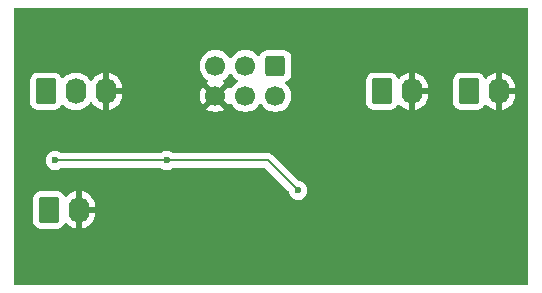
<source format=gbr>
%TF.GenerationSoftware,KiCad,Pcbnew,9.0.0*%
%TF.CreationDate,2025-03-10T19:20:38+08:00*%
%TF.ProjectId,xk9_miniencabulator,786b395f-6d69-46e6-9965-6e636162756c,rev?*%
%TF.SameCoordinates,Original*%
%TF.FileFunction,Copper,L2,Bot*%
%TF.FilePolarity,Positive*%
%FSLAX46Y46*%
G04 Gerber Fmt 4.6, Leading zero omitted, Abs format (unit mm)*
G04 Created by KiCad (PCBNEW 9.0.0) date 2025-03-10 19:20:38*
%MOMM*%
%LPD*%
G01*
G04 APERTURE LIST*
G04 Aperture macros list*
%AMRoundRect*
0 Rectangle with rounded corners*
0 $1 Rounding radius*
0 $2 $3 $4 $5 $6 $7 $8 $9 X,Y pos of 4 corners*
0 Add a 4 corners polygon primitive as box body*
4,1,4,$2,$3,$4,$5,$6,$7,$8,$9,$2,$3,0*
0 Add four circle primitives for the rounded corners*
1,1,$1+$1,$2,$3*
1,1,$1+$1,$4,$5*
1,1,$1+$1,$6,$7*
1,1,$1+$1,$8,$9*
0 Add four rect primitives between the rounded corners*
20,1,$1+$1,$2,$3,$4,$5,0*
20,1,$1+$1,$4,$5,$6,$7,0*
20,1,$1+$1,$6,$7,$8,$9,0*
20,1,$1+$1,$8,$9,$2,$3,0*%
G04 Aperture macros list end*
%TA.AperFunction,ComponentPad*%
%ADD10RoundRect,0.250000X-0.600000X0.600000X-0.600000X-0.600000X0.600000X-0.600000X0.600000X0.600000X0*%
%TD*%
%TA.AperFunction,ComponentPad*%
%ADD11C,1.700000*%
%TD*%
%TA.AperFunction,ComponentPad*%
%ADD12RoundRect,0.250000X-0.620000X-0.845000X0.620000X-0.845000X0.620000X0.845000X-0.620000X0.845000X0*%
%TD*%
%TA.AperFunction,ComponentPad*%
%ADD13O,1.740000X2.190000*%
%TD*%
%TA.AperFunction,ViaPad*%
%ADD14C,0.600000*%
%TD*%
%TA.AperFunction,Conductor*%
%ADD15C,0.200000*%
%TD*%
G04 APERTURE END LIST*
D10*
%TO.P,J1,1,MISO*%
%TO.N,/MISO*%
X98933000Y-46355000D03*
D11*
%TO.P,J1,2,VCC*%
%TO.N,Net-(D1-A)*%
X98933000Y-48895000D03*
%TO.P,J1,3,SCK*%
%TO.N,/SCK*%
X96393000Y-46355000D03*
%TO.P,J1,4,MOSI*%
%TO.N,/MOSI*%
X96393000Y-48895000D03*
%TO.P,J1,5,~{RST}*%
%TO.N,/RST*%
X93853000Y-46355000D03*
%TO.P,J1,6,GND*%
%TO.N,GND*%
X93853000Y-48895000D03*
%TD*%
D12*
%TO.P,J3,1,Pin_1*%
%TO.N,Net-(J3-Pin_1)*%
X79756000Y-58547000D03*
D13*
%TO.P,J3,2,Pin_2*%
%TO.N,GND*%
X82296000Y-58547000D03*
%TD*%
D12*
%TO.P,J5,1,Pin_1*%
%TO.N,+5V*%
X79502000Y-48514000D03*
D13*
%TO.P,J5,2,Pin_2*%
%TO.N,Net-(J5-Pin_2)*%
X82042000Y-48514000D03*
%TO.P,J5,3,Pin_3*%
%TO.N,GND*%
X84582000Y-48514000D03*
%TD*%
D12*
%TO.P,J4,1,Pin_1*%
%TO.N,Net-(J4-Pin_1)*%
X115316000Y-48514000D03*
D13*
%TO.P,J4,2,Pin_2*%
%TO.N,GND*%
X117856000Y-48514000D03*
%TD*%
D12*
%TO.P,J2,1,Pin_1*%
%TO.N,Net-(J2-Pin_1)*%
X107950000Y-48514000D03*
D13*
%TO.P,J2,2,Pin_2*%
%TO.N,GND*%
X110490000Y-48514000D03*
%TD*%
D14*
%TO.N,+5V*%
X89734000Y-54356000D03*
X80264000Y-54356000D03*
X100838000Y-56896000D03*
%TO.N,GND*%
X91694000Y-62865000D03*
X84582000Y-58547000D03*
X87122000Y-48514000D03*
X106807000Y-60579000D03*
X117856000Y-43815000D03*
X117602000Y-57531000D03*
%TD*%
D15*
%TO.N,+5V*%
X80264000Y-54356000D02*
X89734000Y-54356000D01*
X89734000Y-54356000D02*
X98298000Y-54356000D01*
X98298000Y-54356000D02*
X100838000Y-56896000D01*
%TD*%
%TA.AperFunction,Conductor*%
%TO.N,GND*%
G36*
X95194444Y-47008999D02*
G01*
X95233486Y-47054056D01*
X95237951Y-47062820D01*
X95362890Y-47234786D01*
X95513213Y-47385109D01*
X95685182Y-47510050D01*
X95693946Y-47514516D01*
X95744742Y-47562491D01*
X95761536Y-47630312D01*
X95738998Y-47696447D01*
X95693946Y-47735484D01*
X95685182Y-47739949D01*
X95513213Y-47864890D01*
X95362890Y-48015213D01*
X95237949Y-48187182D01*
X95233202Y-48196499D01*
X95185227Y-48247293D01*
X95117405Y-48264087D01*
X95051271Y-48241548D01*
X95012234Y-48196495D01*
X95007626Y-48187452D01*
X94968270Y-48133282D01*
X94968269Y-48133282D01*
X94335962Y-48765590D01*
X94318925Y-48702007D01*
X94253099Y-48587993D01*
X94160007Y-48494901D01*
X94045993Y-48429075D01*
X93982409Y-48412037D01*
X94614716Y-47779728D01*
X94560547Y-47740373D01*
X94560547Y-47740372D01*
X94551500Y-47735763D01*
X94500706Y-47687788D01*
X94483912Y-47619966D01*
X94506451Y-47553832D01*
X94551508Y-47514793D01*
X94560816Y-47510051D01*
X94679728Y-47423657D01*
X94732786Y-47385109D01*
X94732788Y-47385106D01*
X94732792Y-47385104D01*
X94883104Y-47234792D01*
X94883106Y-47234788D01*
X94883109Y-47234786D01*
X95008048Y-47062820D01*
X95008047Y-47062820D01*
X95008051Y-47062816D01*
X95012514Y-47054054D01*
X95060488Y-47003259D01*
X95128308Y-46986463D01*
X95194444Y-47008999D01*
G37*
%TD.AperFunction*%
%TA.AperFunction,Conductor*%
G36*
X120291039Y-41432685D02*
G01*
X120336794Y-41485489D01*
X120348000Y-41537000D01*
X120348000Y-64764000D01*
X120328315Y-64831039D01*
X120275511Y-64876794D01*
X120224000Y-64888000D01*
X76927000Y-64888000D01*
X76859961Y-64868315D01*
X76814206Y-64815511D01*
X76803000Y-64764000D01*
X76803000Y-57651983D01*
X78385500Y-57651983D01*
X78385500Y-59442001D01*
X78385501Y-59442018D01*
X78396000Y-59544796D01*
X78396001Y-59544799D01*
X78433774Y-59658788D01*
X78451186Y-59711334D01*
X78543288Y-59860656D01*
X78667344Y-59984712D01*
X78816666Y-60076814D01*
X78983203Y-60131999D01*
X79085991Y-60142500D01*
X80426008Y-60142499D01*
X80528797Y-60131999D01*
X80695334Y-60076814D01*
X80844656Y-59984712D01*
X80968712Y-59860656D01*
X81060814Y-59711334D01*
X81060817Y-59711323D01*
X81061353Y-59710177D01*
X81061934Y-59709516D01*
X81064605Y-59705187D01*
X81065344Y-59705643D01*
X81107521Y-59657734D01*
X81174713Y-59638577D01*
X81241596Y-59658788D01*
X81261420Y-59674892D01*
X81403502Y-59816974D01*
X81577963Y-59943728D01*
X81770098Y-60041627D01*
X81975190Y-60108266D01*
X82046000Y-60119481D01*
X82046000Y-59089709D01*
X82066339Y-59101452D01*
X82217667Y-59142000D01*
X82374333Y-59142000D01*
X82525661Y-59101452D01*
X82546000Y-59089709D01*
X82546000Y-60119480D01*
X82616809Y-60108266D01*
X82821901Y-60041627D01*
X83014036Y-59943728D01*
X83188496Y-59816974D01*
X83188497Y-59816974D01*
X83340974Y-59664497D01*
X83340974Y-59664496D01*
X83467728Y-59490036D01*
X83565627Y-59297901D01*
X83632265Y-59092809D01*
X83666000Y-58879820D01*
X83666000Y-58797000D01*
X82838709Y-58797000D01*
X82850452Y-58776661D01*
X82891000Y-58625333D01*
X82891000Y-58468667D01*
X82850452Y-58317339D01*
X82838709Y-58297000D01*
X83666000Y-58297000D01*
X83666000Y-58214179D01*
X83632265Y-58001190D01*
X83565627Y-57796098D01*
X83467728Y-57603963D01*
X83340974Y-57429503D01*
X83340974Y-57429502D01*
X83188497Y-57277025D01*
X83014036Y-57150271D01*
X82821899Y-57052372D01*
X82616805Y-56985733D01*
X82546000Y-56974518D01*
X82546000Y-58004290D01*
X82525661Y-57992548D01*
X82374333Y-57952000D01*
X82217667Y-57952000D01*
X82066339Y-57992548D01*
X82046000Y-58004290D01*
X82046000Y-56974518D01*
X82045999Y-56974518D01*
X81975194Y-56985733D01*
X81770100Y-57052372D01*
X81577963Y-57150271D01*
X81403506Y-57277022D01*
X81261420Y-57419108D01*
X81200097Y-57452592D01*
X81130405Y-57447608D01*
X81074472Y-57405736D01*
X81061356Y-57383828D01*
X81060816Y-57382670D01*
X80995654Y-57277025D01*
X80968712Y-57233344D01*
X80844656Y-57109288D01*
X80695334Y-57017186D01*
X80528797Y-56962001D01*
X80528795Y-56962000D01*
X80426010Y-56951500D01*
X79085998Y-56951500D01*
X79085981Y-56951501D01*
X78983203Y-56962000D01*
X78983200Y-56962001D01*
X78816668Y-57017185D01*
X78816663Y-57017187D01*
X78667342Y-57109289D01*
X78543289Y-57233342D01*
X78451187Y-57382663D01*
X78451185Y-57382668D01*
X78450801Y-57383828D01*
X78396001Y-57549203D01*
X78396001Y-57549204D01*
X78396000Y-57549204D01*
X78385500Y-57651983D01*
X76803000Y-57651983D01*
X76803000Y-54277153D01*
X79463500Y-54277153D01*
X79463500Y-54434846D01*
X79494261Y-54589489D01*
X79494264Y-54589501D01*
X79554602Y-54735172D01*
X79554609Y-54735185D01*
X79642210Y-54866288D01*
X79642213Y-54866292D01*
X79753707Y-54977786D01*
X79753711Y-54977789D01*
X79884814Y-55065390D01*
X79884827Y-55065397D01*
X80030498Y-55125735D01*
X80030503Y-55125737D01*
X80185153Y-55156499D01*
X80185156Y-55156500D01*
X80185158Y-55156500D01*
X80342844Y-55156500D01*
X80342845Y-55156499D01*
X80497497Y-55125737D01*
X80643179Y-55065394D01*
X80643185Y-55065390D01*
X80774875Y-54977398D01*
X80841553Y-54956520D01*
X80843766Y-54956500D01*
X89154234Y-54956500D01*
X89221273Y-54976185D01*
X89223125Y-54977398D01*
X89354814Y-55065390D01*
X89354827Y-55065397D01*
X89500498Y-55125735D01*
X89500503Y-55125737D01*
X89655153Y-55156499D01*
X89655156Y-55156500D01*
X89655158Y-55156500D01*
X89812844Y-55156500D01*
X89812845Y-55156499D01*
X89967497Y-55125737D01*
X90113179Y-55065394D01*
X90113185Y-55065390D01*
X90244875Y-54977398D01*
X90311553Y-54956520D01*
X90313766Y-54956500D01*
X97997903Y-54956500D01*
X98064942Y-54976185D01*
X98085584Y-54992819D01*
X100003425Y-56910660D01*
X100036910Y-56971983D01*
X100037361Y-56974149D01*
X100068261Y-57129491D01*
X100068264Y-57129501D01*
X100128602Y-57275172D01*
X100128609Y-57275185D01*
X100216210Y-57406288D01*
X100216213Y-57406292D01*
X100327707Y-57517786D01*
X100327711Y-57517789D01*
X100458814Y-57605390D01*
X100458827Y-57605397D01*
X100571317Y-57651991D01*
X100604503Y-57665737D01*
X100759153Y-57696499D01*
X100759156Y-57696500D01*
X100759158Y-57696500D01*
X100916844Y-57696500D01*
X100916845Y-57696499D01*
X101071497Y-57665737D01*
X101217179Y-57605394D01*
X101348289Y-57517789D01*
X101459789Y-57406289D01*
X101547394Y-57275179D01*
X101607737Y-57129497D01*
X101638500Y-56974842D01*
X101638500Y-56817158D01*
X101638500Y-56817155D01*
X101638499Y-56817153D01*
X101607738Y-56662510D01*
X101607737Y-56662503D01*
X101607735Y-56662498D01*
X101547397Y-56516827D01*
X101547390Y-56516814D01*
X101459789Y-56385711D01*
X101459786Y-56385707D01*
X101348292Y-56274213D01*
X101348288Y-56274210D01*
X101217185Y-56186609D01*
X101217172Y-56186602D01*
X101071501Y-56126264D01*
X101071491Y-56126261D01*
X100916149Y-56095361D01*
X100854238Y-56062976D01*
X100852660Y-56061425D01*
X98785590Y-53994355D01*
X98785588Y-53994352D01*
X98666717Y-53875481D01*
X98666716Y-53875480D01*
X98579904Y-53825360D01*
X98579904Y-53825359D01*
X98579900Y-53825358D01*
X98529785Y-53796423D01*
X98377057Y-53755499D01*
X98218943Y-53755499D01*
X98211347Y-53755499D01*
X98211331Y-53755500D01*
X90313766Y-53755500D01*
X90246727Y-53735815D01*
X90244875Y-53734602D01*
X90113185Y-53646609D01*
X90113172Y-53646602D01*
X89967501Y-53586264D01*
X89967489Y-53586261D01*
X89812845Y-53555500D01*
X89812842Y-53555500D01*
X89655158Y-53555500D01*
X89655155Y-53555500D01*
X89500510Y-53586261D01*
X89500498Y-53586264D01*
X89354827Y-53646602D01*
X89354814Y-53646609D01*
X89223125Y-53734602D01*
X89156447Y-53755480D01*
X89154234Y-53755500D01*
X80843766Y-53755500D01*
X80776727Y-53735815D01*
X80774875Y-53734602D01*
X80643185Y-53646609D01*
X80643172Y-53646602D01*
X80497501Y-53586264D01*
X80497489Y-53586261D01*
X80342845Y-53555500D01*
X80342842Y-53555500D01*
X80185158Y-53555500D01*
X80185155Y-53555500D01*
X80030510Y-53586261D01*
X80030498Y-53586264D01*
X79884827Y-53646602D01*
X79884814Y-53646609D01*
X79753711Y-53734210D01*
X79753707Y-53734213D01*
X79642213Y-53845707D01*
X79642210Y-53845711D01*
X79554609Y-53976814D01*
X79554602Y-53976827D01*
X79494264Y-54122498D01*
X79494261Y-54122510D01*
X79463500Y-54277153D01*
X76803000Y-54277153D01*
X76803000Y-47618983D01*
X78131500Y-47618983D01*
X78131500Y-49409001D01*
X78131501Y-49409018D01*
X78142000Y-49511796D01*
X78142001Y-49511799D01*
X78179584Y-49625216D01*
X78197186Y-49678334D01*
X78289288Y-49827656D01*
X78413344Y-49951712D01*
X78562666Y-50043814D01*
X78729203Y-50098999D01*
X78831991Y-50109500D01*
X80172008Y-50109499D01*
X80274797Y-50098999D01*
X80441334Y-50043814D01*
X80590656Y-49951712D01*
X80714712Y-49827656D01*
X80806814Y-49678334D01*
X80806817Y-49678322D01*
X80807129Y-49677657D01*
X80807469Y-49677269D01*
X80810605Y-49672187D01*
X80811473Y-49672722D01*
X80853299Y-49625216D01*
X80920491Y-49606060D01*
X80987373Y-49626272D01*
X81007195Y-49642375D01*
X81149179Y-49784359D01*
X81323701Y-49911157D01*
X81515911Y-50009092D01*
X81721074Y-50075754D01*
X81788796Y-50086480D01*
X81934134Y-50109500D01*
X81934139Y-50109500D01*
X82149866Y-50109500D01*
X82268230Y-50090752D01*
X82362926Y-50075754D01*
X82568089Y-50009092D01*
X82760299Y-49911157D01*
X82934821Y-49784359D01*
X83087359Y-49631821D01*
X83211991Y-49460279D01*
X83267321Y-49417614D01*
X83336934Y-49411635D01*
X83398729Y-49444241D01*
X83412627Y-49460279D01*
X83537025Y-49631496D01*
X83537025Y-49631497D01*
X83689502Y-49783974D01*
X83863963Y-49910728D01*
X84056098Y-50008627D01*
X84261190Y-50075266D01*
X84332000Y-50086481D01*
X84332000Y-49056709D01*
X84352339Y-49068452D01*
X84503667Y-49109000D01*
X84660333Y-49109000D01*
X84811661Y-49068452D01*
X84832000Y-49056709D01*
X84832000Y-50086480D01*
X84902809Y-50075266D01*
X85107901Y-50008627D01*
X85300036Y-49910728D01*
X85366151Y-49862693D01*
X85366152Y-49862692D01*
X85474491Y-49783979D01*
X85474497Y-49783974D01*
X85626974Y-49631497D01*
X85626974Y-49631496D01*
X85753728Y-49457036D01*
X85851627Y-49264901D01*
X85918265Y-49059809D01*
X85952000Y-48846820D01*
X85952000Y-48764000D01*
X85124709Y-48764000D01*
X85136452Y-48743661D01*
X85177000Y-48592333D01*
X85177000Y-48435667D01*
X85136452Y-48284339D01*
X85124709Y-48264000D01*
X85952000Y-48264000D01*
X85952000Y-48181179D01*
X85918265Y-47968190D01*
X85851627Y-47763098D01*
X85753728Y-47570963D01*
X85626974Y-47396503D01*
X85626974Y-47396502D01*
X85474497Y-47244025D01*
X85300036Y-47117271D01*
X85107899Y-47019372D01*
X84902805Y-46952733D01*
X84832000Y-46941518D01*
X84832000Y-47971290D01*
X84811661Y-47959548D01*
X84660333Y-47919000D01*
X84503667Y-47919000D01*
X84352339Y-47959548D01*
X84332000Y-47971290D01*
X84332000Y-46941518D01*
X84331999Y-46941518D01*
X84261194Y-46952733D01*
X84056100Y-47019372D01*
X83863963Y-47117271D01*
X83689503Y-47244025D01*
X83689502Y-47244025D01*
X83537024Y-47396503D01*
X83412627Y-47567720D01*
X83357296Y-47610385D01*
X83287683Y-47616364D01*
X83225888Y-47583758D01*
X83211991Y-47567720D01*
X83197453Y-47547710D01*
X83087359Y-47396179D01*
X82934821Y-47243641D01*
X82760299Y-47116843D01*
X82568089Y-47018908D01*
X82362926Y-46952246D01*
X82362924Y-46952245D01*
X82362922Y-46952245D01*
X82149866Y-46918500D01*
X82149861Y-46918500D01*
X81934139Y-46918500D01*
X81934134Y-46918500D01*
X81721077Y-46952245D01*
X81721074Y-46952246D01*
X81558691Y-47005008D01*
X81515908Y-47018909D01*
X81323700Y-47116843D01*
X81149180Y-47243640D01*
X81007195Y-47385625D01*
X80945872Y-47419109D01*
X80876180Y-47414125D01*
X80820247Y-47372253D01*
X80807132Y-47350348D01*
X80806815Y-47349669D01*
X80806814Y-47349668D01*
X80806814Y-47349666D01*
X80714712Y-47200344D01*
X80590656Y-47076288D01*
X80475092Y-47005008D01*
X80441336Y-46984187D01*
X80441331Y-46984185D01*
X80439862Y-46983698D01*
X80274797Y-46929001D01*
X80274795Y-46929000D01*
X80172010Y-46918500D01*
X78831998Y-46918500D01*
X78831981Y-46918501D01*
X78729203Y-46929000D01*
X78729200Y-46929001D01*
X78562668Y-46984185D01*
X78562663Y-46984187D01*
X78413342Y-47076289D01*
X78289289Y-47200342D01*
X78197187Y-47349663D01*
X78197185Y-47349668D01*
X78196960Y-47350348D01*
X78142001Y-47516203D01*
X78142001Y-47516204D01*
X78142000Y-47516204D01*
X78131500Y-47618983D01*
X76803000Y-47618983D01*
X76803000Y-46248713D01*
X92502500Y-46248713D01*
X92502500Y-46461286D01*
X92535753Y-46671239D01*
X92601444Y-46873414D01*
X92697951Y-47062820D01*
X92822890Y-47234786D01*
X92973213Y-47385109D01*
X93145179Y-47510048D01*
X93145181Y-47510049D01*
X93145184Y-47510051D01*
X93154493Y-47514794D01*
X93205290Y-47562766D01*
X93222087Y-47630587D01*
X93199552Y-47696722D01*
X93154505Y-47735760D01*
X93145446Y-47740376D01*
X93145440Y-47740380D01*
X93091282Y-47779727D01*
X93091282Y-47779728D01*
X93723591Y-48412037D01*
X93660007Y-48429075D01*
X93545993Y-48494901D01*
X93452901Y-48587993D01*
X93387075Y-48702007D01*
X93370037Y-48765591D01*
X92737728Y-48133282D01*
X92737727Y-48133282D01*
X92698380Y-48187439D01*
X92601904Y-48376782D01*
X92536242Y-48578869D01*
X92536242Y-48578872D01*
X92503000Y-48788753D01*
X92503000Y-49001246D01*
X92536242Y-49211127D01*
X92536242Y-49211130D01*
X92601904Y-49413217D01*
X92698375Y-49602550D01*
X92737728Y-49656716D01*
X93370037Y-49024408D01*
X93387075Y-49087993D01*
X93452901Y-49202007D01*
X93545993Y-49295099D01*
X93660007Y-49360925D01*
X93723590Y-49377962D01*
X93091282Y-50010269D01*
X93091282Y-50010270D01*
X93145449Y-50049624D01*
X93334782Y-50146095D01*
X93536870Y-50211757D01*
X93746754Y-50245000D01*
X93959246Y-50245000D01*
X94169127Y-50211757D01*
X94169130Y-50211757D01*
X94371217Y-50146095D01*
X94560554Y-50049622D01*
X94614716Y-50010270D01*
X94614717Y-50010270D01*
X93982408Y-49377962D01*
X94045993Y-49360925D01*
X94160007Y-49295099D01*
X94253099Y-49202007D01*
X94318925Y-49087993D01*
X94335962Y-49024409D01*
X94968270Y-49656717D01*
X94968270Y-49656716D01*
X95007622Y-49602555D01*
X95012232Y-49593507D01*
X95060205Y-49542709D01*
X95128025Y-49525912D01*
X95194161Y-49548447D01*
X95233204Y-49593504D01*
X95237949Y-49602817D01*
X95362890Y-49774786D01*
X95513213Y-49925109D01*
X95685179Y-50050048D01*
X95685181Y-50050049D01*
X95685184Y-50050051D01*
X95874588Y-50146557D01*
X96076757Y-50212246D01*
X96286713Y-50245500D01*
X96286714Y-50245500D01*
X96499286Y-50245500D01*
X96499287Y-50245500D01*
X96709243Y-50212246D01*
X96911412Y-50146557D01*
X97100816Y-50050051D01*
X97157192Y-50009092D01*
X97272786Y-49925109D01*
X97272788Y-49925106D01*
X97272792Y-49925104D01*
X97423104Y-49774792D01*
X97423106Y-49774788D01*
X97423109Y-49774786D01*
X97548048Y-49602820D01*
X97548050Y-49602817D01*
X97548051Y-49602816D01*
X97552514Y-49594054D01*
X97600488Y-49543259D01*
X97668308Y-49526463D01*
X97734444Y-49548999D01*
X97773486Y-49594056D01*
X97777951Y-49602820D01*
X97902890Y-49774786D01*
X98053213Y-49925109D01*
X98225179Y-50050048D01*
X98225181Y-50050049D01*
X98225184Y-50050051D01*
X98414588Y-50146557D01*
X98616757Y-50212246D01*
X98826713Y-50245500D01*
X98826714Y-50245500D01*
X99039286Y-50245500D01*
X99039287Y-50245500D01*
X99249243Y-50212246D01*
X99451412Y-50146557D01*
X99640816Y-50050051D01*
X99697192Y-50009092D01*
X99812786Y-49925109D01*
X99812788Y-49925106D01*
X99812792Y-49925104D01*
X99963104Y-49774792D01*
X99963106Y-49774788D01*
X99963109Y-49774786D01*
X100088048Y-49602820D01*
X100088050Y-49602817D01*
X100088051Y-49602816D01*
X100184557Y-49413412D01*
X100250246Y-49211243D01*
X100283500Y-49001287D01*
X100283500Y-48788713D01*
X100250246Y-48578757D01*
X100184557Y-48376588D01*
X100088051Y-48187184D01*
X100088049Y-48187181D01*
X100088048Y-48187179D01*
X99963109Y-48015213D01*
X99812790Y-47864894D01*
X99812785Y-47864890D01*
X99807891Y-47861334D01*
X99765227Y-47806003D01*
X99759249Y-47736390D01*
X99791857Y-47674595D01*
X99841774Y-47643312D01*
X99852334Y-47639814D01*
X99886107Y-47618983D01*
X106579500Y-47618983D01*
X106579500Y-49409001D01*
X106579501Y-49409018D01*
X106590000Y-49511796D01*
X106590001Y-49511799D01*
X106627584Y-49625216D01*
X106645186Y-49678334D01*
X106737288Y-49827656D01*
X106861344Y-49951712D01*
X107010666Y-50043814D01*
X107177203Y-50098999D01*
X107279991Y-50109500D01*
X108620008Y-50109499D01*
X108722797Y-50098999D01*
X108889334Y-50043814D01*
X109038656Y-49951712D01*
X109162712Y-49827656D01*
X109254814Y-49678334D01*
X109254817Y-49678323D01*
X109255353Y-49677177D01*
X109255934Y-49676516D01*
X109258605Y-49672187D01*
X109259344Y-49672643D01*
X109301521Y-49624734D01*
X109368713Y-49605577D01*
X109435596Y-49625788D01*
X109455420Y-49641892D01*
X109597502Y-49783974D01*
X109771963Y-49910728D01*
X109964098Y-50008627D01*
X110169190Y-50075266D01*
X110240000Y-50086481D01*
X110240000Y-49056709D01*
X110260339Y-49068452D01*
X110411667Y-49109000D01*
X110568333Y-49109000D01*
X110719661Y-49068452D01*
X110740000Y-49056709D01*
X110740000Y-50086480D01*
X110810809Y-50075266D01*
X111015901Y-50008627D01*
X111208036Y-49910728D01*
X111382496Y-49783974D01*
X111382497Y-49783974D01*
X111534974Y-49631497D01*
X111534974Y-49631496D01*
X111661728Y-49457036D01*
X111759627Y-49264901D01*
X111826265Y-49059809D01*
X111860000Y-48846820D01*
X111860000Y-48764000D01*
X111032709Y-48764000D01*
X111044452Y-48743661D01*
X111085000Y-48592333D01*
X111085000Y-48435667D01*
X111044452Y-48284339D01*
X111032709Y-48264000D01*
X111860000Y-48264000D01*
X111860000Y-48181179D01*
X111826265Y-47968190D01*
X111759627Y-47763098D01*
X111713275Y-47672129D01*
X111686196Y-47618983D01*
X113945500Y-47618983D01*
X113945500Y-49409001D01*
X113945501Y-49409018D01*
X113956000Y-49511796D01*
X113956001Y-49511799D01*
X113993584Y-49625216D01*
X114011186Y-49678334D01*
X114103288Y-49827656D01*
X114227344Y-49951712D01*
X114376666Y-50043814D01*
X114543203Y-50098999D01*
X114645991Y-50109500D01*
X115986008Y-50109499D01*
X116088797Y-50098999D01*
X116255334Y-50043814D01*
X116404656Y-49951712D01*
X116528712Y-49827656D01*
X116620814Y-49678334D01*
X116620817Y-49678323D01*
X116621353Y-49677177D01*
X116621934Y-49676516D01*
X116624605Y-49672187D01*
X116625344Y-49672643D01*
X116667521Y-49624734D01*
X116734713Y-49605577D01*
X116801596Y-49625788D01*
X116821420Y-49641892D01*
X116963502Y-49783974D01*
X117137963Y-49910728D01*
X117330098Y-50008627D01*
X117535190Y-50075266D01*
X117606000Y-50086481D01*
X117606000Y-49056709D01*
X117626339Y-49068452D01*
X117777667Y-49109000D01*
X117934333Y-49109000D01*
X118085661Y-49068452D01*
X118106000Y-49056709D01*
X118106000Y-50086480D01*
X118176809Y-50075266D01*
X118381901Y-50008627D01*
X118574036Y-49910728D01*
X118748496Y-49783974D01*
X118748497Y-49783974D01*
X118900974Y-49631497D01*
X118900974Y-49631496D01*
X119027728Y-49457036D01*
X119125627Y-49264901D01*
X119192265Y-49059809D01*
X119226000Y-48846820D01*
X119226000Y-48764000D01*
X118398709Y-48764000D01*
X118410452Y-48743661D01*
X118451000Y-48592333D01*
X118451000Y-48435667D01*
X118410452Y-48284339D01*
X118398709Y-48264000D01*
X119226000Y-48264000D01*
X119226000Y-48181179D01*
X119192265Y-47968190D01*
X119125627Y-47763098D01*
X119027728Y-47570963D01*
X118900974Y-47396503D01*
X118900974Y-47396502D01*
X118748497Y-47244025D01*
X118574036Y-47117271D01*
X118381899Y-47019372D01*
X118176805Y-46952733D01*
X118106000Y-46941518D01*
X118106000Y-47971290D01*
X118085661Y-47959548D01*
X117934333Y-47919000D01*
X117777667Y-47919000D01*
X117626339Y-47959548D01*
X117606000Y-47971290D01*
X117606000Y-46941518D01*
X117605999Y-46941518D01*
X117535194Y-46952733D01*
X117330100Y-47019372D01*
X117137963Y-47117271D01*
X116963506Y-47244022D01*
X116821420Y-47386108D01*
X116760097Y-47419592D01*
X116690405Y-47414608D01*
X116634472Y-47372736D01*
X116621356Y-47350828D01*
X116620816Y-47349670D01*
X116574347Y-47274331D01*
X116528712Y-47200344D01*
X116404656Y-47076288D01*
X116289092Y-47005008D01*
X116255336Y-46984187D01*
X116255331Y-46984185D01*
X116253862Y-46983698D01*
X116088797Y-46929001D01*
X116088795Y-46929000D01*
X115986010Y-46918500D01*
X114645998Y-46918500D01*
X114645981Y-46918501D01*
X114543203Y-46929000D01*
X114543200Y-46929001D01*
X114376668Y-46984185D01*
X114376663Y-46984187D01*
X114227342Y-47076289D01*
X114103289Y-47200342D01*
X114011187Y-47349663D01*
X114011185Y-47349668D01*
X114010960Y-47350348D01*
X113956001Y-47516203D01*
X113956001Y-47516204D01*
X113956000Y-47516204D01*
X113945500Y-47618983D01*
X111686196Y-47618983D01*
X111661728Y-47570963D01*
X111534974Y-47396503D01*
X111534974Y-47396502D01*
X111382497Y-47244025D01*
X111208036Y-47117271D01*
X111015899Y-47019372D01*
X110810805Y-46952733D01*
X110740000Y-46941518D01*
X110740000Y-47971290D01*
X110719661Y-47959548D01*
X110568333Y-47919000D01*
X110411667Y-47919000D01*
X110260339Y-47959548D01*
X110240000Y-47971290D01*
X110240000Y-46941518D01*
X110239999Y-46941518D01*
X110169194Y-46952733D01*
X109964100Y-47019372D01*
X109771963Y-47117271D01*
X109597506Y-47244022D01*
X109455420Y-47386108D01*
X109394097Y-47419592D01*
X109324405Y-47414608D01*
X109268472Y-47372736D01*
X109255356Y-47350828D01*
X109254816Y-47349670D01*
X109208347Y-47274331D01*
X109162712Y-47200344D01*
X109038656Y-47076288D01*
X108923092Y-47005008D01*
X108889336Y-46984187D01*
X108889331Y-46984185D01*
X108887862Y-46983698D01*
X108722797Y-46929001D01*
X108722795Y-46929000D01*
X108620010Y-46918500D01*
X107279998Y-46918500D01*
X107279981Y-46918501D01*
X107177203Y-46929000D01*
X107177200Y-46929001D01*
X107010668Y-46984185D01*
X107010663Y-46984187D01*
X106861342Y-47076289D01*
X106737289Y-47200342D01*
X106645187Y-47349663D01*
X106645185Y-47349668D01*
X106644960Y-47350348D01*
X106590001Y-47516203D01*
X106590001Y-47516204D01*
X106590000Y-47516204D01*
X106579500Y-47618983D01*
X99886107Y-47618983D01*
X100001656Y-47547712D01*
X100125712Y-47423656D01*
X100217814Y-47274334D01*
X100272999Y-47107797D01*
X100283500Y-47005009D01*
X100283499Y-45704992D01*
X100272999Y-45602203D01*
X100217814Y-45435666D01*
X100125712Y-45286344D01*
X100001656Y-45162288D01*
X99852334Y-45070186D01*
X99685797Y-45015001D01*
X99685795Y-45015000D01*
X99583010Y-45004500D01*
X98282998Y-45004500D01*
X98282981Y-45004501D01*
X98180203Y-45015000D01*
X98180200Y-45015001D01*
X98013668Y-45070185D01*
X98013663Y-45070187D01*
X97864342Y-45162289D01*
X97740289Y-45286342D01*
X97648187Y-45435663D01*
X97648183Y-45435673D01*
X97644685Y-45446229D01*
X97604910Y-45503672D01*
X97540393Y-45530493D01*
X97471618Y-45518174D01*
X97426663Y-45480106D01*
X97423105Y-45475209D01*
X97272786Y-45324890D01*
X97100820Y-45199951D01*
X96911414Y-45103444D01*
X96911413Y-45103443D01*
X96911412Y-45103443D01*
X96709243Y-45037754D01*
X96709241Y-45037753D01*
X96709240Y-45037753D01*
X96547957Y-45012208D01*
X96499287Y-45004500D01*
X96286713Y-45004500D01*
X96238042Y-45012208D01*
X96076760Y-45037753D01*
X95874585Y-45103444D01*
X95685179Y-45199951D01*
X95513213Y-45324890D01*
X95362890Y-45475213D01*
X95237949Y-45647182D01*
X95233484Y-45655946D01*
X95185509Y-45706742D01*
X95117688Y-45723536D01*
X95051553Y-45700998D01*
X95012516Y-45655946D01*
X95008050Y-45647182D01*
X94883109Y-45475213D01*
X94732786Y-45324890D01*
X94560820Y-45199951D01*
X94371414Y-45103444D01*
X94371413Y-45103443D01*
X94371412Y-45103443D01*
X94169243Y-45037754D01*
X94169241Y-45037753D01*
X94169240Y-45037753D01*
X94007957Y-45012208D01*
X93959287Y-45004500D01*
X93746713Y-45004500D01*
X93698042Y-45012208D01*
X93536760Y-45037753D01*
X93334585Y-45103444D01*
X93145179Y-45199951D01*
X92973213Y-45324890D01*
X92822890Y-45475213D01*
X92697951Y-45647179D01*
X92601444Y-45836585D01*
X92535753Y-46038760D01*
X92502500Y-46248713D01*
X76803000Y-46248713D01*
X76803000Y-41537000D01*
X76822685Y-41469961D01*
X76875489Y-41424206D01*
X76927000Y-41413000D01*
X120224000Y-41413000D01*
X120291039Y-41432685D01*
G37*
%TD.AperFunction*%
%TD*%
M02*

</source>
